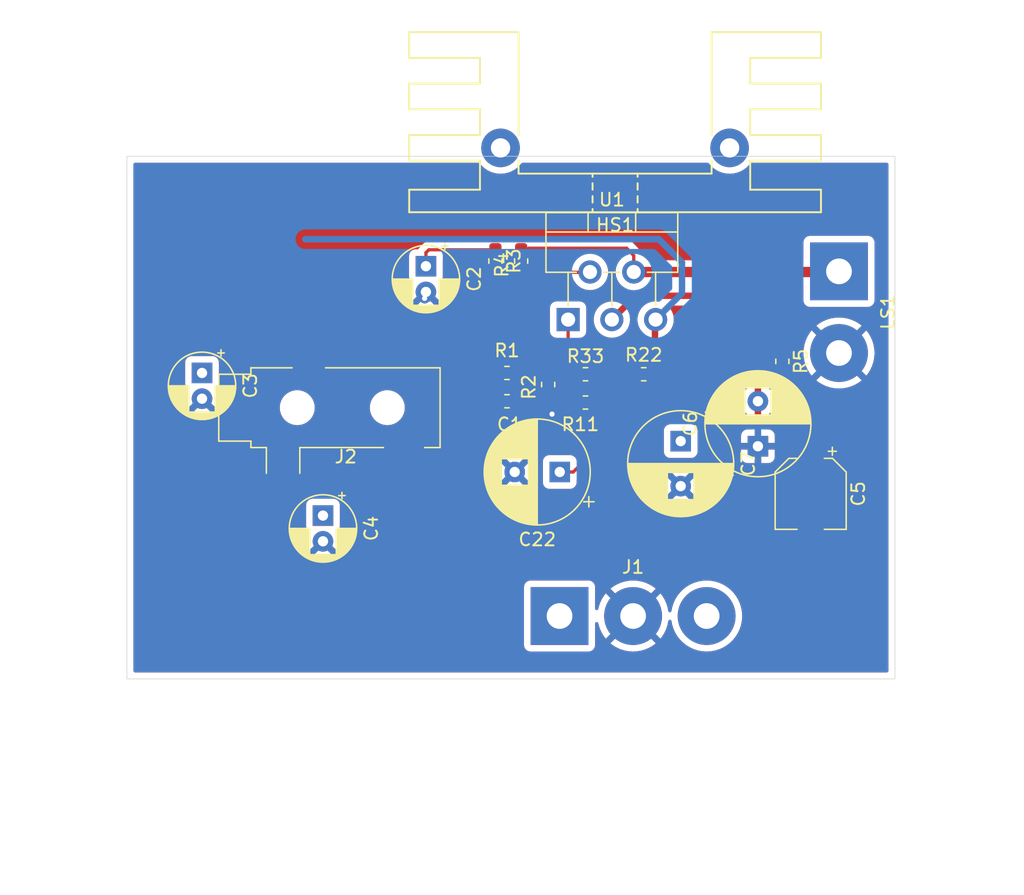
<source format=kicad_pcb>
(kicad_pcb (version 20210228) (generator pcbnew)
  (layers (0 "F.Cu" signal) (31 "B.Cu" signal) (34 "B.Paste" user) (35 "F.Paste" user) (36 "B.SilkS" user "B.Silkscreen") (37 "F.SilkS" user "F.Silkscreen") (38 "B.Mask" user) (39 "F.Mask" user) (44 "Edge.Cuts" user))
  (net 0 "")
  (net 1 "Net-(C1-Pad2)")
  (net 2 "Net-(C1-Pad1)")
  (net 3 "GND")
  (net 4 "Net-(C2-Pad1)")
  (net 5 "VCC")
  (net 6 "VEE")
  (net 7 "Net-(C5-Pad1)")
  (net 8 "Net-(C22-Pad1)")
  (net 9 "Net-(LS1-Pad1)")
  (net 10 "Net-(R3-Pad2)")
  (footprint "Capacitor_THT:CP_Radial_D8.0mm_P3.50mm" (layer "F.Cu") (at 192.9 104.7 -90)
    (fp_text reference "C7" (at 1.75 -5.25 90) (layer "F.SilkS"))
    (fp_text value "100u")
    (pad "1" thru_hole rect (at 0 0 270) (size 1.6 1.6) (drill 0.8) (layers *.Cu *.Mask) (net 5 "VCC"))
    (pad "2" thru_hole circle (at 3.5 0 270) (size 1.6 1.6) (drill 0.8) (layers *.Cu *.Mask) (net 3 "GND"))
  )
  (footprint "Capacitor_THT:CP_Radial_D8.0mm_P3.50mm" (layer "F.Cu") (at 183.5 107.1 180)
    (fp_text reference "C22" (at 1.75 -5.25) (layer "F.SilkS"))
    (fp_text value "100u")
    (pad "1" thru_hole rect (at 0 0 180) (size 1.6 1.6) (drill 0.8) (layers *.Cu *.Mask) (net 8 "Net-(C22-Pad1)"))
    (pad "2" thru_hole circle (at 3.5 0 180) (size 1.6 1.6) (drill 0.8) (layers *.Cu *.Mask) (net 3 "GND"))
  )
  (footprint "Resistor_SMD:R_0603_1608Metric_Pad1.05x0.95mm_HandSolder" (layer "F.Cu") (at 182.6 100.3 -90)
    (fp_text reference "R2" (at 0.2 1.5 90) (layer "F.SilkS"))
    (fp_text value "22k")
    (pad "1" smd roundrect (at -0.875 0 270) (size 1.05 0.95) (layers "F.Cu" "F.Paste" "F.Mask") (net 2 "Net-(C1-Pad1)"))
    (pad "2" smd roundrect (at 0.875 0 270) (size 1.05 0.95) (layers "F.Cu" "F.Paste" "F.Mask") (net 3 "GND"))
  )
  (footprint "Resistor_SMD:R_0603_1608Metric_Pad1.05x0.95mm_HandSolder" (layer "F.Cu") (at 185.5 101.7)
    (fp_text reference "R11" (at -0.4 1.7) (layer "F.SilkS"))
    (fp_text value "22k")
    (pad "1" smd roundrect (at -0.875 0) (size 1.05 0.95) (layers "F.Cu" "F.Paste" "F.Mask") (net 3 "GND"))
    (pad "2" smd roundrect (at 0.875 0) (size 1.05 0.95) (layers "F.Cu" "F.Paste" "F.Mask") (net 8 "Net-(C22-Pad1)"))
  )
  (footprint "Resistor_SMD:R_0603_1608Metric_Pad1.05x0.95mm_HandSolder" (layer "F.Cu") (at 190.025 99.5 180)
    (fp_text reference "R22" (at 0 1.5) (layer "F.SilkS"))
    (fp_text value "22k")
    (pad "1" smd roundrect (at -0.875 0 180) (size 1.05 0.95) (layers "F.Cu" "F.Paste" "F.Mask") (net 5 "VCC"))
    (pad "2" smd roundrect (at 0.875 0 180) (size 1.05 0.95) (layers "F.Cu" "F.Paste" "F.Mask") (net 8 "Net-(C22-Pad1)"))
  )
  (footprint "Resistor_SMD:R_0603_1608Metric_Pad1.05x0.95mm_HandSolder" (layer "F.Cu") (at 185.5 99.5 180)
    (fp_text reference "R33" (at 0 1.4) (layer "F.SilkS"))
    (fp_text value "22k")
    (pad "1" smd roundrect (at -0.875 0 180) (size 1.05 0.95) (layers "F.Cu" "F.Paste" "F.Mask") (net 8 "Net-(C22-Pad1)"))
    (pad "2" smd roundrect (at 0.875 0 180) (size 1.05 0.95) (layers "F.Cu" "F.Paste" "F.Mask") (net 2 "Net-(C1-Pad1)"))
  )
  (footprint "Package_TO_SOT_THT:TO-220-5_P3.4x3.7mm_StaggerOdd_Lead3.8mm_Vertical" (layer "F.Cu") (at 184.15 95.25)
    (fp_text reference "U1" (at 3.4 -9.32) (layer "F.SilkS"))
    (fp_text value "LM1875")
    (pad "1" thru_hole rect (at 0 0) (size 1.8 1.8) (drill 1.1) (layers *.Cu *.Mask) (net 2 "Net-(C1-Pad1)"))
    (pad "2" thru_hole oval (at 1.7 -3.7) (size 1.8 1.8) (drill 1.1) (layers *.Cu *.Mask) (net 10 "Net-(R3-Pad2)"))
    (pad "3" thru_hole oval (at 3.4 0) (size 1.8 1.8) (drill 1.1) (layers *.Cu *.Mask) (net 6 "VEE"))
    (pad "4" thru_hole oval (at 5.1 -3.7) (size 1.8 1.8) (drill 1.1) (layers *.Cu *.Mask) (net 9 "Net-(LS1-Pad1)"))
    (pad "5" thru_hole oval (at 6.8 0) (size 1.8 1.8) (drill 1.1) (layers *.Cu *.Mask) (net 5 "VCC"))
  )
  (footprint "Resistor_SMD:R_0603_1608Metric_Pad1.05x0.95mm_HandSolder" (layer "F.Cu") (at 179.4 101.6)
    (fp_text reference "R1" (at 0 -3.94) (layer "F.SilkS"))
    (fp_text value "1Meg")
    (pad "1" smd roundrect (at -0.875 0) (size 1.05 0.95) (layers "F.Cu" "F.Paste" "F.Mask") (net 1 "Net-(C1-Pad2)"))
    (pad "2" smd roundrect (at 0.875 0) (size 1.05 0.95) (layers "F.Cu" "F.Paste" "F.Mask") (net 3 "GND"))
  )
  (footprint "Resistor_SMD:R_0603_1608Metric_Pad1.05x0.95mm_HandSolder" (layer "F.Cu") (at 180.5 90.7 -90)
    (fp_text reference "R4" (at 0.3 1.5 90) (layer "F.SilkS"))
    (fp_text value "20k")
    (pad "1" smd roundrect (at -0.875 0 270) (size 1.05 0.95) (layers "F.Cu" "F.Paste" "F.Mask") (net 9 "Net-(LS1-Pad1)"))
    (pad "2" smd roundrect (at 0.875 0 270) (size 1.05 0.95) (layers "F.Cu" "F.Paste" "F.Mask") (net 10 "Net-(R3-Pad2)"))
  )
  (footprint "Capacitor_SMD:CP_Elec_5x4.5" (layer "F.Cu") (at 203 108.8 -90)
    (fp_text reference "C5" (at 0 -3.7 90) (layer "F.SilkS"))
    (fp_text value "0.22u")
    (pad "1" smd roundrect (at -2.2 0 270) (size 3 1.6) (layers "F.Cu" "F.Paste" "F.Mask") (roundrect_rratio 0.15625) (net 7 "Net-(C5-Pad1)"))
    (pad "2" smd roundrect (at 2.2 0 270) (size 3 1.6) (layers "F.Cu" "F.Paste" "F.Mask") (roundrect_rratio 0.15625) (net 3 "GND"))
  )
  (footprint "Resistor_SMD:R_0603_1608Metric_Pad1.05x0.95mm_HandSolder" (layer "F.Cu") (at 178.5 90.7 -90)
    (fp_text reference "R3" (at 0 -1.43 90) (layer "F.SilkS"))
    (fp_text value "1k")
    (pad "1" smd roundrect (at -0.875 0 270) (size 1.05 0.95) (layers "F.Cu" "F.Paste" "F.Mask") (net 4 "Net-(C2-Pad1)"))
    (pad "2" smd roundrect (at 0.875 0 270) (size 1.05 0.95) (layers "F.Cu" "F.Paste" "F.Mask") (net 10 "Net-(R3-Pad2)"))
  )
  (footprint "Capacitor_THT:CP_Radial_D5.0mm_P2.00mm" (layer "F.Cu") (at 165.1 110.49 -90)
    (fp_text reference "C4" (at 1 -3.75 90) (layer "F.SilkS"))
    (fp_text value "0.1u")
    (pad "1" thru_hole rect (at 0 0 270) (size 1.6 1.6) (drill 0.8) (layers *.Cu *.Mask) (net 6 "VEE"))
    (pad "2" thru_hole circle (at 2 0 270) (size 1.6 1.6) (drill 0.8) (layers *.Cu *.Mask) (net 3 "GND"))
  )
  (footprint "Connector_Wire:SolderWirePad_1x03_P5.715mm_Drill2mm" (layer "F.Cu") (at 183.485 118.3)
    (fp_text reference "J1" (at 5.715 -3.81) (layer "F.SilkS"))
    (fp_text value "Conn_01x03")
    (pad "1" thru_hole rect (at 0 0) (size 4.50088 4.50088) (drill 1.99898) (layers *.Cu *.Mask) (net 6 "VEE"))
    (pad "2" thru_hole circle (at 5.715 0) (size 4.50088 4.50088) (drill 1.99898) (layers *.Cu *.Mask) (net 3 "GND"))
    (pad "3" thru_hole circle (at 11.43 0) (size 4.50088 4.50088) (drill 1.99898) (layers *.Cu *.Mask) (net 5 "VCC"))
  )
  (footprint "Connector_Audio:Jack_3.5mm_CUI_SJ-3523-SMT_Horizontal" (layer "F.Cu") (at 165.6 102.1 90)
    (fp_text reference "J2" (at -3.81 1.27) (layer "F.SilkS"))
    (fp_text value "AudioJack2_SwitchT")
    (pad "" np_thru_hole circle (at 0 4.5 90) (size 1.7 1.7) (drill 1.7) (layers *.Cu *.Mask))
    (pad "" np_thru_hole circle (at 0 -2.5 90) (size 1.7 1.7) (drill 1.7) (layers *.Cu *.Mask))
    (pad "R" smd rect (at 3.7 -1.6 90) (size 2.8 2.2) (layers "F.Cu" "F.Paste" "F.Mask"))
    (pad "S" smd rect (at -3.7 -3.6 90) (size 2.8 2.2) (layers "F.Cu" "F.Paste" "F.Mask") (net 3 "GND"))
    (pad "T" smd rect (at -3.7 5.8 90) (size 2.8 2.8) (layers "F.Cu" "F.Paste" "F.Mask") (net 1 "Net-(C1-Pad2)"))
  )
  (footprint "Capacitor_SMD:C_0603_1608Metric_Pad1.05x0.95mm_HandSolder" (layer "F.Cu") (at 179.4 99.4 180)
    (fp_text reference "C1" (at -0.2 -4) (layer "F.SilkS"))
    (fp_text value "2.2u")
    (pad "1" smd roundrect (at -0.875 0 180) (size 1.05 0.95) (layers "F.Cu" "F.Paste" "F.Mask") (net 2 "Net-(C1-Pad1)"))
    (pad "2" smd roundrect (at 0.875 0 180) (size 1.05 0.95) (layers "F.Cu" "F.Paste" "F.Mask") (net 1 "Net-(C1-Pad2)"))
  )
  (footprint "Resistor_SMD:R_0603_1608Metric_Pad1.05x0.95mm_HandSolder" (layer "F.Cu") (at 200.8 98.5 -90)
    (fp_text reference "R5" (at 0 -1.43 90) (layer "F.SilkS"))
    (fp_text value "1")
    (pad "1" smd roundrect (at -0.875 0 270) (size 1.05 0.95) (layers "F.Cu" "F.Paste" "F.Mask") (net 9 "Net-(LS1-Pad1)"))
    (pad "2" smd roundrect (at 0.875 0 270) (size 1.05 0.95) (layers "F.Cu" "F.Paste" "F.Mask") (net 7 "Net-(C5-Pad1)"))
  )
  (footprint "Connector_Wire:SolderWirePad_1x02_P7.62mm_Drill2mm" (layer "F.Cu") (at 205.2 91.5 -90)
    (fp_text reference "LS1" (at 3.175 -3.81 90) (layer "F.SilkS"))
    (fp_text value "Speaker")
    (pad "1" thru_hole rect (at 0 0 270) (size 4.50088 4.50088) (drill 1.99898) (layers *.Cu *.Mask) (net 9 "Net-(LS1-Pad1)"))
    (pad "2" thru_hole circle (at 6.35 0 270) (size 4.50088 4.50088) (drill 1.99898) (layers *.Cu *.Mask) (net 3 "GND"))
  )
  (footprint "Capacitor_THT:CP_Radial_D8.0mm_P3.50mm" (layer "F.Cu") (at 198.9 105.1 90)
    (fp_text reference "C6" (at 1.75 -5.25 90) (layer "F.SilkS"))
    (fp_text value "100u")
    (pad "1" thru_hole rect (at 0 0 90) (size 1.6 1.6) (drill 0.8) (layers *.Cu *.Mask) (net 3 "GND"))
    (pad "2" thru_hole circle (at 3.5 0 90) (size 1.6 1.6) (drill 0.8) (layers *.Cu *.Mask) (net 6 "VEE"))
  )
  (footprint "Capacitor_THT:CP_Radial_D5.0mm_P2.00mm" (layer "F.Cu") (at 155.7 99.4 -90)
    (fp_text reference "C3" (at 1 -3.75 90) (layer "F.SilkS"))
    (fp_text value "0.1u")
    (pad "1" thru_hole rect (at 0 0 270) (size 1.6 1.6) (drill 0.8) (layers *.Cu *.Mask) (net 5 "VCC"))
    (pad "2" thru_hole circle (at 2 0 270) (size 1.6 1.6) (drill 0.8) (layers *.Cu *.Mask) (net 3 "GND"))
  )
  (footprint "Capacitor_THT:CP_Radial_D5.0mm_P2.00mm" (layer "F.Cu") (at 173.1 91.1 -90)
    (fp_text reference "C2" (at 1 -3.75 90) (layer "F.SilkS"))
    (fp_text value "22u")
    (pad "1" thru_hole rect (at 0 0 270) (size 1.6 1.6) (drill 0.8) (layers *.Cu *.Mask) (net 4 "Net-(C2-Pad1)"))
    (pad "2" thru_hole circle (at 2 0 270) (size 1.6 1.6) (drill 0.8) (layers *.Cu *.Mask) (net 3 "GND"))
  )
  (footprint "Heatsink:Heatsink_Stonecold_HS-132_32x14mm_2xFixation1.5mm" (layer "F.Cu") (at 187.8 81.9 180)
    (fp_text reference "HS1" (at 0 -6) (layer "F.SilkS"))
    (fp_text value "Heatsink")
    (pad "1" thru_hole circle (at 8.9 0 180) (size 3 3) (drill 1.5) (layers *.Cu *.Mask))
    (pad "1" thru_hole circle (at -8.9 0 180) (size 3 3) (drill 1.5) (layers *.Cu *.Mask))
  )
  (gr_line (start 149.86 123.19) (end 149.86 82.55) (layer "Edge.Cuts") (width 0.05))
  (gr_line (start 209.55 82.55) (end 209.55 123.19) (layer "Edge.Cuts") (width 0.05))
  (gr_line (start 209.55 123.19) (end 149.86 123.19) (layer "Edge.Cuts") (width 0.05))
  (gr_line (start 149.86 82.55) (end 209.55 82.55) (layer "Edge.Cuts") (width 0.05))
  (segment (start 173.95 101.6) (end 178 101.6) (width 0.25) (layer "F.Cu") (net 1))
  (segment (start 178 101.6) (end 178.525 101.6) (width 0.25) (layer "F.Cu") (net 1))
  (segment (start 171.4 105.8) (end 171.4 104.15) (width 0.25) (layer "F.Cu") (net 1))
  (segment (start 178.525 101.6) (end 178.525 99.4) (width 0.25) (layer "F.Cu") (net 1))
  (segment (start 171.4 104.15) (end 173.95 101.6) (width 0.25) (layer "F.Cu") (net 1))
  (segment (start 184.55 99.425) (end 184.625 99.5) (width 0.25) (layer "F.Cu") (net 2))
  (segment (start 184.15 95.25) (end 184.15 99.025) (width 0.25) (layer "F.Cu") (net 2))
  (segment (start 184.15 99.025) (end 184.15 99.15) (width 0.25) (layer "F.Cu") (net 2))
  (segment (start 184.15 99.025) (end 184.625 99.5) (width 0.25) (layer "F.Cu") (net 2))
  (segment (start 182.125 99.425) (end 182.6 99.425) (width 0.25) (layer "F.Cu") (net 2))
  (segment (start 180.375 99.425) (end 182.125 99.425) (width 0.25) (layer "F.Cu") (net 2))
  (segment (start 182.6 99.425) (end 184.55 99.425) (width 0.25) (layer "F.Cu") (net 2))
  (segment (start 184.15 99.15) (end 183.875 99.425) (width 0.25) (layer "F.Cu") (net 2))
  (segment (start 183.875 99.425) (end 182.6 99.425) (width 0.25) (layer "F.Cu") (net 2))
  (segment (start 184.625 102.175) (end 184.2 102.6) (width 0.25) (layer "F.Cu") (net 3))
  (segment (start 184.625 101.7) (end 184.625 102.175) (width 0.25) (layer "F.Cu") (net 3))
  (segment (start 184.2 102.6) (end 182.9 102.6) (width 0.25) (layer "F.Cu") (net 3))
  (segment (start 182.6 102.3) (end 182.9 102.6) (width 0.25) (layer "F.Cu") (net 3))
  (segment (start 182.6 101.175) (end 182.6 102.3) (width 0.25) (layer "F.Cu") (net 3))
  (segment (start 182.9 102.85) (end 182.9 102.6) (width 0.25) (layer "F.Cu") (net 3))
  (via (at 173 93.6) (size 0.8) (drill 0.4) (layers "F.Cu" "B.Cu") (net 3))
  (via (at 182.9 102.6) (size 0.8) (drill 0.4) (layers "F.Cu" "B.Cu") (net 3))
  (segment (start 178.5 89.825) (end 173.325 89.825) (width 0.25) (layer "F.Cu") (net 4))
  (segment (start 173.325 89.825) (end 173.1 90.05) (width 0.25) (layer "F.Cu") (net 4))
  (segment (start 173.1 90.05) (end 173.1 91.1) (width 0.25) (layer "F.Cu") (net 4))
  (segment (start 192.9 102.5) (end 192.9 101.5) (width 0.5) (layer "F.Cu") (net 5))
  (segment (start 190.9 99.5) (end 190.9 95.3) (width 0.5) (layer "F.Cu") (net 5))
  (segment (start 192.9 101.5) (end 190.9 99.5) (width 0.5) (layer "F.Cu") (net 5))
  (segment (start 190.9 95.3) (end 190.95 95.25) (width 0.5) (layer "F.Cu") (net 5))
  (segment (start 191.2 89) (end 163.73 89) (width 0.5) (layer "B.Cu") (net 5))
  (segment (start 190.95 95.25) (end 193 93.2) (width 0.5) (layer "B.Cu") (net 5))
  (segment (start 193 90.8) (end 191.2 89) (width 0.5) (layer "B.Cu") (net 5))
  (segment (start 193 93.2) (end 193 90.8) (width 0.5) (layer "B.Cu") (net 5))
  (segment (start 198.9 97.6) (end 198.9 102.9) (width 0.5) (layer "F.Cu") (net 6))
  (segment (start 187.55 95.25) (end 189.4 93.4) (width 0.5) (layer "F.Cu") (net 6))
  (segment (start 189.4 93.4) (end 194.7 93.4) (width 0.5) (layer "F.Cu") (net 6))
  (segment (start 194.7 93.4) (end 198.9 97.6) (width 0.5) (layer "F.Cu") (net 6))
  (segment (start 200.8 100.2) (end 203 102.4) (width 0.25) (layer "F.Cu") (net 7))
  (segment (start 203 102.4) (end 203 102.5) (width 0.25) (layer "F.Cu") (net 7))
  (segment (start 203 106.6) (end 203 102.5) (width 0.25) (layer "F.Cu") (net 7))
  (segment (start 200.8 99.375) (end 200.8 100.2) (width 0.25) (layer "F.Cu") (net 7))
  (segment (start 186.6 101.925) (end 186.375 101.7) (width 0.25) (layer "F.Cu") (net 8))
  (segment (start 186.375 99.5) (end 186.375 101.7) (width 0.25) (layer "F.Cu") (net 8))
  (segment (start 186.375 99.5) (end 189.15 99.5) (width 0.25) (layer "F.Cu") (net 8))
  (segment (start 186.375 105.275) (end 184.55 107.1) (width 0.25) (layer "F.Cu") (net 8))
  (segment (start 186.375 101.7) (end 186.375 105.275) (width 0.25) (layer "F.Cu") (net 8))
  (segment (start 184.55 107.1) (end 183.5 107.1) (width 0.25) (layer "F.Cu") (net 8))
  (segment (start 189.25 91.55) (end 205.15 91.55) (width 0.25) (layer "F.Cu") (net 9))
  (segment (start 180.5 89.825) (end 180.975 89.825) (width 0.25) (layer "F.Cu") (net 9))
  (segment (start 189.25 91.55) (end 189.25 90.277208) (width 0.25) (layer "F.Cu") (net 9))
  (segment (start 188.7 89.7) (end 189 90) (width 0.25) (layer "F.Cu") (net 9))
  (segment (start 181.1 89.7) (end 188.7 89.7) (width 0.25) (layer "F.Cu") (net 9))
  (segment (start 191.15 91.55) (end 190.522792 91.55) (width 0.25) (layer "F.Cu") (net 9))
  (segment (start 189.25 91.55) (end 203.09 91.55) (width 0.8) (layer "F.Cu") (net 9))
  (segment (start 200.8 97.625) (end 200.8 91.55) (width 0.25) (layer "F.Cu") (net 9))
  (segment (start 203.09 91.55) (end 203.2 91.44) (width 0.25) (layer "F.Cu") (net 9))
  (segment (start 189.25 91.55) (end 190.522792 91.55) (width 0.25) (layer "F.Cu") (net 9))
  (segment (start 180.975 89.825) (end 181.1 89.7) (width 0.25) (layer "F.Cu") (net 9))
  (segment (start 205.15 91.55) (end 205.2 91.5) (width 0.25) (layer "F.Cu") (net 9))
  (segment (start 189 90) (end 189.25 90.277208) (width 0.25) (layer "F.Cu") (net 9))
  (segment (start 180.5 91.575) (end 185.825 91.575) (width 0.25) (layer "F.Cu") (net 10))
  (segment (start 180.5 91.575) (end 178.5 91.575) (width 0.25) (layer "F.Cu") (net 10))
  (segment (start 185.825 91.575) (end 185.85 91.55) (width 0.25) (layer "F.Cu") (net 10))
  (segment (start 180.5 91.575) (end 180.5 93.525) (width 0.25) (layer "F.Cu") (net 10))
  (zone (net 3) (net_name "GND") (layer "F.Cu") (connect_pads (clearance 0.508)) (min_thickness 0.254) (fill yes (thermal_gap 0.508) (thermal_bridge_width 0.508))
    (polygon (pts (xy 219.6 140) (xy 140 140) (xy 140 70.4) (xy 219.6 70.4)))
  )
  (zone (net 3) (net_name "GND") (layer "B.Cu") (connect_pads (clearance 0.508)) (min_thickness 0.254) (fill yes (thermal_gap 0.508) (thermal_bridge_width 0.508))
    (polygon (pts (xy 213.9 134.9) (xy 150.5 134.5) (xy 146.5 134.5) (xy 146.5 77.3) (xy 213.9 76.7)))
  )
)
</source>
